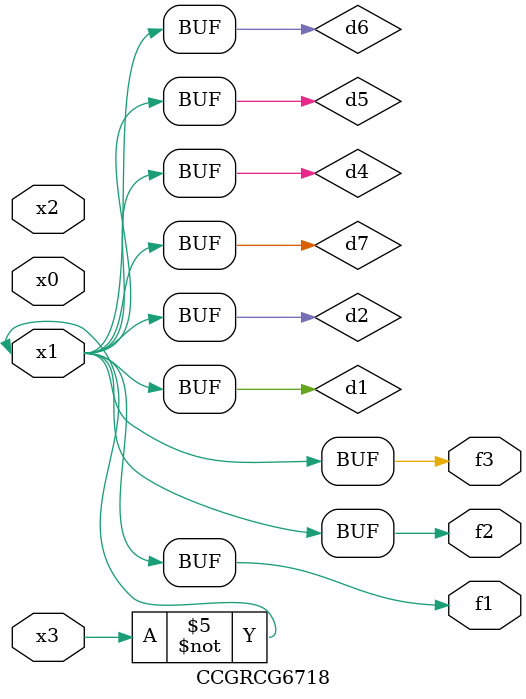
<source format=v>
module CCGRCG6718(
	input x0, x1, x2, x3,
	output f1, f2, f3
);

	wire d1, d2, d3, d4, d5, d6, d7;

	not (d1, x3);
	buf (d2, x1);
	xnor (d3, d1, d2);
	nor (d4, d1);
	buf (d5, d1, d2);
	buf (d6, d4, d5);
	nand (d7, d4);
	assign f1 = d6;
	assign f2 = d7;
	assign f3 = d6;
endmodule

</source>
